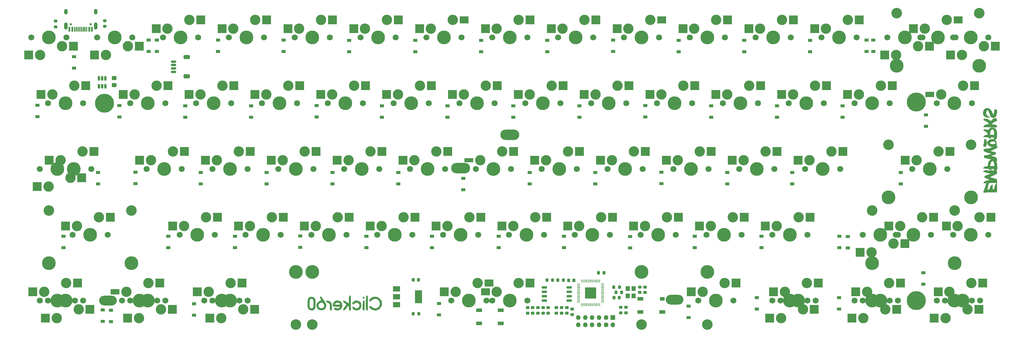
<source format=gbr>
%TF.GenerationSoftware,KiCad,Pcbnew,(6.0.6)*%
%TF.CreationDate,2023-05-08T18:28:51+05:30*%
%TF.ProjectId,new_stuff,6e65775f-7374-4756-9666-2e6b69636164,rev?*%
%TF.SameCoordinates,Original*%
%TF.FileFunction,Soldermask,Bot*%
%TF.FilePolarity,Negative*%
%FSLAX46Y46*%
G04 Gerber Fmt 4.6, Leading zero omitted, Abs format (unit mm)*
G04 Created by KiCad (PCBNEW (6.0.6)) date 2023-05-08 18:28:51*
%MOMM*%
%LPD*%
G01*
G04 APERTURE LIST*
G04 Aperture macros list*
%AMRoundRect*
0 Rectangle with rounded corners*
0 $1 Rounding radius*
0 $2 $3 $4 $5 $6 $7 $8 $9 X,Y pos of 4 corners*
0 Add a 4 corners polygon primitive as box body*
4,1,4,$2,$3,$4,$5,$6,$7,$8,$9,$2,$3,0*
0 Add four circle primitives for the rounded corners*
1,1,$1+$1,$2,$3*
1,1,$1+$1,$4,$5*
1,1,$1+$1,$6,$7*
1,1,$1+$1,$8,$9*
0 Add four rect primitives between the rounded corners*
20,1,$1+$1,$2,$3,$4,$5,0*
20,1,$1+$1,$4,$5,$6,$7,0*
20,1,$1+$1,$6,$7,$8,$9,0*
20,1,$1+$1,$8,$9,$2,$3,0*%
G04 Aperture macros list end*
%ADD10C,3.987800*%
%ADD11C,3.000000*%
%ADD12C,1.750000*%
%ADD13R,2.550000X2.500000*%
%ADD14R,2.550000X2.000000*%
%ADD15C,3.048000*%
%ADD16R,2.550000X1.500000*%
%ADD17R,2.550000X1.300000*%
%ADD18O,5.100000X2.800000*%
%ADD19C,5.500000*%
%ADD20R,1.350000X1.350000*%
%ADD21O,1.350000X1.350000*%
%ADD22O,5.500000X3.000000*%
%ADD23RoundRect,0.150000X-0.625000X0.150000X-0.625000X-0.150000X0.625000X-0.150000X0.625000X0.150000X0*%
%ADD24RoundRect,0.250000X-0.650000X0.350000X-0.650000X-0.350000X0.650000X-0.350000X0.650000X0.350000X0*%
%ADD25R,1.200000X0.900000*%
%ADD26RoundRect,0.225000X-0.250000X0.225000X-0.250000X-0.225000X0.250000X-0.225000X0.250000X0.225000X0*%
%ADD27RoundRect,0.225000X-0.225000X-0.250000X0.225000X-0.250000X0.225000X0.250000X-0.225000X0.250000X0*%
%ADD28RoundRect,0.200000X0.200000X0.275000X-0.200000X0.275000X-0.200000X-0.275000X0.200000X-0.275000X0*%
%ADD29RoundRect,0.200000X-0.200000X-0.275000X0.200000X-0.275000X0.200000X0.275000X-0.200000X0.275000X0*%
%ADD30RoundRect,0.225000X0.225000X0.250000X-0.225000X0.250000X-0.225000X-0.250000X0.225000X-0.250000X0*%
%ADD31C,0.650000*%
%ADD32R,0.600000X1.450000*%
%ADD33R,0.300000X1.450000*%
%ADD34O,1.000000X2.100000*%
%ADD35O,1.000000X1.600000*%
%ADD36RoundRect,0.200000X0.275000X-0.200000X0.275000X0.200000X-0.275000X0.200000X-0.275000X-0.200000X0*%
%ADD37RoundRect,0.200000X-0.275000X0.200000X-0.275000X-0.200000X0.275000X-0.200000X0.275000X0.200000X0*%
%ADD38RoundRect,0.250000X-0.450000X0.325000X-0.450000X-0.325000X0.450000X-0.325000X0.450000X0.325000X0*%
%ADD39RoundRect,0.218750X0.256250X-0.218750X0.256250X0.218750X-0.256250X0.218750X-0.256250X-0.218750X0*%
%ADD40R,2.000000X1.500000*%
%ADD41R,2.000000X3.800000*%
%ADD42R,1.700000X1.000000*%
%ADD43RoundRect,0.150000X-0.150000X0.512500X-0.150000X-0.512500X0.150000X-0.512500X0.150000X0.512500X0*%
%ADD44R,1.400000X1.000000*%
%ADD45RoundRect,0.225000X0.250000X-0.225000X0.250000X0.225000X-0.250000X0.225000X-0.250000X-0.225000X0*%
%ADD46RoundRect,0.150000X-0.650000X-0.150000X0.650000X-0.150000X0.650000X0.150000X-0.650000X0.150000X0*%
%ADD47R,1.200000X1.400000*%
%ADD48RoundRect,0.050000X-0.050000X0.387500X-0.050000X-0.387500X0.050000X-0.387500X0.050000X0.387500X0*%
%ADD49RoundRect,0.050000X-0.387500X0.050000X-0.387500X-0.050000X0.387500X-0.050000X0.387500X0.050000X0*%
%ADD50RoundRect,0.144000X-1.456000X1.456000X-1.456000X-1.456000X1.456000X-1.456000X1.456000X1.456000X0*%
G04 APERTURE END LIST*
%TO.C,G\u002A\u002A\u002A*%
G36*
X96213492Y-83762868D02*
G01*
X96237376Y-83775759D01*
X96275580Y-83826192D01*
X96304342Y-83926891D01*
X96324963Y-84097700D01*
X96338740Y-84358463D01*
X96346973Y-84729021D01*
X96350960Y-85229218D01*
X96352000Y-85878898D01*
X96350839Y-86296167D01*
X96345659Y-86832386D01*
X96336906Y-87294510D01*
X96325216Y-87658730D01*
X96311221Y-87901237D01*
X96295556Y-87998222D01*
X96219595Y-88040823D01*
X96031722Y-88041717D01*
X95860934Y-87953067D01*
X95814135Y-87848540D01*
X95774186Y-87604592D01*
X95759334Y-87275733D01*
X95759323Y-87266183D01*
X95748364Y-86980597D01*
X95720739Y-86777389D01*
X95682265Y-86700000D01*
X95630354Y-86733836D01*
X95486264Y-86874813D01*
X95281080Y-87100156D01*
X95040668Y-87382357D01*
X95037286Y-87386443D01*
X94758791Y-87710886D01*
X94555913Y-87915327D01*
X94407459Y-88018346D01*
X94292237Y-88038524D01*
X94172699Y-88004041D01*
X94077695Y-87881887D01*
X94113334Y-87674023D01*
X94281107Y-87375000D01*
X94582509Y-86979367D01*
X94742220Y-86784081D01*
X94922883Y-86548550D01*
X95013354Y-86397432D01*
X95027718Y-86304687D01*
X94980057Y-86244275D01*
X94896778Y-86185199D01*
X94694801Y-86042988D01*
X94451307Y-85872297D01*
X94232413Y-85703665D01*
X94104383Y-85550005D01*
X94081567Y-85406631D01*
X94103032Y-85320611D01*
X94212428Y-85208729D01*
X94412477Y-85216138D01*
X94711469Y-85344343D01*
X95117692Y-85594851D01*
X95754262Y-86024404D01*
X95777964Y-84953099D01*
X95789555Y-84548136D01*
X95808580Y-84210289D01*
X95837174Y-83990625D01*
X95879152Y-83861620D01*
X95938326Y-83795756D01*
X96028211Y-83759188D01*
X96213492Y-83762868D01*
G37*
G36*
X98496657Y-85268989D02*
G01*
X98863451Y-85463783D01*
X99183102Y-85801273D01*
X99195345Y-85818033D01*
X99293468Y-86005074D01*
X99343603Y-86249718D01*
X99357667Y-86606966D01*
X99353234Y-86854947D01*
X99323244Y-87105282D01*
X99249400Y-87298079D01*
X99113902Y-87498441D01*
X99047671Y-87578495D01*
X98822601Y-87792424D01*
X98605902Y-87933036D01*
X98577740Y-87944853D01*
X98147024Y-88042474D01*
X97692087Y-88018928D01*
X97287236Y-87877353D01*
X97101385Y-87754072D01*
X96877198Y-87528368D01*
X96764779Y-87299066D01*
X96786353Y-87100635D01*
X96811037Y-87061473D01*
X96955083Y-86964872D01*
X97155044Y-87013021D01*
X97423269Y-87208000D01*
X97501086Y-87270551D01*
X97731824Y-87407418D01*
X97925484Y-87462000D01*
X98241872Y-87404978D01*
X98515012Y-87233035D01*
X98701049Y-86981260D01*
X98789860Y-86685329D01*
X98771323Y-86380912D01*
X98635318Y-86103684D01*
X98371722Y-85889317D01*
X98260883Y-85837673D01*
X97960091Y-85774571D01*
X97673208Y-85853293D01*
X97361152Y-86081260D01*
X97336771Y-86103165D01*
X97126656Y-86272945D01*
X96985316Y-86334307D01*
X96874075Y-86305018D01*
X96871143Y-86303159D01*
X96725297Y-86133986D01*
X96740290Y-85920045D01*
X96915680Y-85668070D01*
X96995425Y-85587168D01*
X97328701Y-85328342D01*
X97680341Y-85204898D01*
X98105027Y-85195088D01*
X98496657Y-85268989D01*
G37*
G36*
X101124159Y-83762868D02*
G01*
X101148043Y-83775759D01*
X101186246Y-83826192D01*
X101215009Y-83926891D01*
X101235630Y-84097700D01*
X101249407Y-84358463D01*
X101257640Y-84729021D01*
X101261627Y-85229218D01*
X101262667Y-85878898D01*
X101261505Y-86296167D01*
X101256325Y-86832386D01*
X101247573Y-87294510D01*
X101235882Y-87658730D01*
X101221887Y-87901237D01*
X101206223Y-87998222D01*
X101113629Y-88045851D01*
X100924456Y-88036723D01*
X100763448Y-87938246D01*
X100756199Y-87927113D01*
X100723951Y-87794151D01*
X100701497Y-87529511D01*
X100688505Y-87123832D01*
X100684643Y-86567752D01*
X100689581Y-85851912D01*
X100690524Y-85771468D01*
X100699321Y-85151667D01*
X100710091Y-84678447D01*
X100724419Y-84331374D01*
X100743888Y-84090013D01*
X100770084Y-83933930D01*
X100804591Y-83842690D01*
X100848992Y-83795858D01*
X100938924Y-83759226D01*
X101124159Y-83762868D01*
G37*
G36*
X86098678Y-86658658D02*
G01*
X86069085Y-87066938D01*
X86010175Y-87365540D01*
X85913599Y-87583012D01*
X85771008Y-87747903D01*
X85574057Y-87888761D01*
X85424196Y-87965129D01*
X85023940Y-88052721D01*
X84621721Y-88001177D01*
X84261501Y-87820674D01*
X83987239Y-87521389D01*
X83959386Y-87473216D01*
X83899798Y-87335467D01*
X83860027Y-87160474D01*
X83836277Y-86915229D01*
X83824751Y-86566727D01*
X83821650Y-86081962D01*
X83821708Y-86065000D01*
X84414000Y-86065000D01*
X84414300Y-86250323D01*
X84419459Y-86644115D01*
X84434487Y-86912950D01*
X84463840Y-87089124D01*
X84511970Y-87204931D01*
X84583334Y-87292667D01*
X84745329Y-87403113D01*
X84964334Y-87462000D01*
X85143631Y-87420761D01*
X85345334Y-87292667D01*
X85374938Y-87261192D01*
X85437119Y-87166766D01*
X85477728Y-87032230D01*
X85501219Y-86825286D01*
X85512048Y-86513641D01*
X85514667Y-86065000D01*
X85514368Y-85879677D01*
X85509209Y-85485885D01*
X85494180Y-85217050D01*
X85464828Y-85040876D01*
X85416697Y-84925069D01*
X85345334Y-84837333D01*
X85183338Y-84726887D01*
X84964334Y-84668000D01*
X84785037Y-84709239D01*
X84583334Y-84837333D01*
X84553730Y-84868808D01*
X84491549Y-84963233D01*
X84450940Y-85097770D01*
X84427448Y-85304713D01*
X84416620Y-85616358D01*
X84414000Y-86065000D01*
X83821708Y-86065000D01*
X83822467Y-85842623D01*
X83832392Y-85381369D01*
X83855639Y-85049255D01*
X83894795Y-84818183D01*
X83952444Y-84660051D01*
X84103024Y-84447046D01*
X84416640Y-84214304D01*
X84796299Y-84094688D01*
X85197078Y-84099799D01*
X85574057Y-84241239D01*
X85590828Y-84251560D01*
X85783431Y-84393227D01*
X85922297Y-84561058D01*
X86015772Y-84783602D01*
X86072205Y-85089408D01*
X86099943Y-85507024D01*
X86107334Y-86065000D01*
X86107300Y-86112150D01*
X86098678Y-86658658D01*
G37*
G36*
X89923117Y-85245725D02*
G01*
X90296675Y-85451604D01*
X90629216Y-85795762D01*
X90667803Y-85851867D01*
X90739529Y-86001983D01*
X90786580Y-86204128D01*
X90816118Y-86497394D01*
X90835301Y-86920872D01*
X90841794Y-87192395D01*
X90842520Y-87538082D01*
X90833930Y-87798195D01*
X90816792Y-87930943D01*
X90708433Y-88032428D01*
X90529163Y-88043487D01*
X90357600Y-87953067D01*
X90305028Y-87820843D01*
X90268861Y-87544062D01*
X90256000Y-87154245D01*
X90246458Y-86734900D01*
X90205606Y-86394110D01*
X90120987Y-86160385D01*
X89980261Y-86001427D01*
X89771091Y-85884941D01*
X89620730Y-85820015D01*
X89385642Y-85709987D01*
X89258990Y-85624759D01*
X89207443Y-85537347D01*
X89197667Y-85420772D01*
X89219834Y-85289262D01*
X89318120Y-85223004D01*
X89539091Y-85193198D01*
X89923117Y-85245725D01*
G37*
G36*
X93834144Y-86980453D02*
G01*
X93739471Y-87325962D01*
X93543459Y-87603524D01*
X93220195Y-87864167D01*
X92901161Y-88003652D01*
X92489952Y-88060158D01*
X92071974Y-88021367D01*
X91716500Y-87886261D01*
X91658742Y-87848131D01*
X91479311Y-87656803D01*
X91442917Y-87475059D01*
X91530639Y-87338674D01*
X91723553Y-87283423D01*
X92002739Y-87345083D01*
X92005462Y-87346215D01*
X92274099Y-87428028D01*
X92527863Y-87462000D01*
X92539465Y-87461795D01*
X92749272Y-87412037D01*
X92971469Y-87299713D01*
X93147630Y-87161112D01*
X93219334Y-87032521D01*
X93157668Y-87004472D01*
X92956974Y-86977927D01*
X92649022Y-86959748D01*
X92266834Y-86952703D01*
X91932003Y-86947682D01*
X91583508Y-86931526D01*
X91325145Y-86906959D01*
X91196503Y-86876791D01*
X91134645Y-86779062D01*
X91111424Y-86559697D01*
X91141501Y-86283424D01*
X91143752Y-86275238D01*
X91745245Y-86275238D01*
X91769941Y-86323128D01*
X91878983Y-86348896D01*
X92100699Y-86359360D01*
X92463413Y-86361333D01*
X92671033Y-86360520D01*
X92961035Y-86352280D01*
X93124663Y-86330846D01*
X93190233Y-86290971D01*
X93186059Y-86227408D01*
X93160929Y-86157648D01*
X93134667Y-86060249D01*
X93125290Y-86039564D01*
X93011699Y-85959921D01*
X92818017Y-85870946D01*
X92606160Y-85798556D01*
X92438044Y-85768667D01*
X92242616Y-85807045D01*
X91974521Y-85963585D01*
X91777677Y-86196342D01*
X91776571Y-86198412D01*
X91745245Y-86275238D01*
X91143752Y-86275238D01*
X91217984Y-86005245D01*
X91333975Y-85780161D01*
X91636285Y-85467672D01*
X92039550Y-85244863D01*
X92474971Y-85166497D01*
X92912852Y-85232372D01*
X93323499Y-85442287D01*
X93677216Y-85796042D01*
X93698631Y-85826035D01*
X93793109Y-86013556D01*
X93841021Y-86258208D01*
X93842242Y-86290971D01*
X93854334Y-86615333D01*
X93834144Y-86980453D01*
G37*
G36*
X100228936Y-84166532D02*
G01*
X100317575Y-84319758D01*
X100310274Y-84462554D01*
X100232908Y-84593628D01*
X100200614Y-84612005D01*
X100004150Y-84647729D01*
X99840817Y-84577606D01*
X99756014Y-84436365D01*
X99795138Y-84258736D01*
X99884964Y-84165868D01*
X100063051Y-84112703D01*
X100228936Y-84166532D01*
G37*
G36*
X100192826Y-85202201D02*
G01*
X100240825Y-85235756D01*
X100279930Y-85317657D01*
X100306088Y-85470230D01*
X100321744Y-85718134D01*
X100329344Y-86086026D01*
X100331334Y-86598565D01*
X100330059Y-86883519D01*
X100322905Y-87310928D01*
X100310517Y-87659231D01*
X100294108Y-87898353D01*
X100274889Y-87998222D01*
X100182045Y-88045958D01*
X99992761Y-88036502D01*
X99831382Y-87937364D01*
X99794432Y-87835063D01*
X99765374Y-87572647D01*
X99753171Y-87153067D01*
X99757515Y-86570627D01*
X99761827Y-86360730D01*
X99775369Y-85919120D01*
X99794650Y-85611388D01*
X99822742Y-85411901D01*
X99862721Y-85295023D01*
X99917659Y-85235122D01*
X100007559Y-85198533D01*
X100192826Y-85202201D01*
G37*
G36*
X89095784Y-87210264D02*
G01*
X88856778Y-87581739D01*
X88513982Y-87862774D01*
X88490306Y-87875952D01*
X88049757Y-88028606D01*
X87598328Y-88033193D01*
X87172023Y-87900572D01*
X86806845Y-87641599D01*
X86538799Y-87267132D01*
X86401952Y-86893349D01*
X86384601Y-86604428D01*
X86983153Y-86604428D01*
X87052151Y-86909870D01*
X87211332Y-87186768D01*
X87427731Y-87365602D01*
X87648762Y-87438400D01*
X88000015Y-87434137D01*
X88300177Y-87278587D01*
X88521740Y-86981412D01*
X88612450Y-86659500D01*
X88559059Y-86317775D01*
X88341836Y-86014057D01*
X88305144Y-85981750D01*
X88010360Y-85833967D01*
X87688636Y-85821269D01*
X87383276Y-85929553D01*
X87137585Y-86144718D01*
X86994870Y-86452664D01*
X86983153Y-86604428D01*
X86384601Y-86604428D01*
X86375710Y-86456373D01*
X86513861Y-86042336D01*
X86818833Y-85637108D01*
X86838167Y-85617153D01*
X87168018Y-85343354D01*
X87485440Y-85216005D01*
X87805214Y-85156302D01*
X87591274Y-84791241D01*
X87521330Y-84665115D01*
X87417984Y-84444575D01*
X87377334Y-84303457D01*
X87420442Y-84167117D01*
X87565117Y-84047051D01*
X87742710Y-84038720D01*
X87761672Y-84051033D01*
X87873012Y-84176162D01*
X88042983Y-84406476D01*
X88251187Y-84710325D01*
X88477225Y-85056058D01*
X88700697Y-85412027D01*
X88901204Y-85746581D01*
X89058347Y-86028070D01*
X89151727Y-86224845D01*
X89195131Y-86368817D01*
X89208227Y-86659500D01*
X89214176Y-86791555D01*
X89095784Y-87210264D01*
G37*
G36*
X103683272Y-84090753D02*
G01*
X104184393Y-84233235D01*
X104328870Y-84311107D01*
X104679571Y-84587209D01*
X104992342Y-84941951D01*
X105210259Y-85315290D01*
X105297536Y-85661356D01*
X105320873Y-86099575D01*
X105277289Y-86542020D01*
X105168765Y-86912393D01*
X105088030Y-87061044D01*
X104815851Y-87406094D01*
X104468313Y-87716551D01*
X104105581Y-87934573D01*
X103893520Y-88004674D01*
X103424909Y-88054320D01*
X102926790Y-87996226D01*
X102462257Y-87834247D01*
X102263251Y-87722055D01*
X101970729Y-87501873D01*
X101755795Y-87269121D01*
X101643172Y-87053031D01*
X101657583Y-86882832D01*
X101690430Y-86836481D01*
X101867165Y-86727219D01*
X102087123Y-86777793D01*
X102343162Y-86987119D01*
X102487752Y-87122671D01*
X102893247Y-87360146D01*
X103334081Y-87447864D01*
X103778767Y-87382853D01*
X104195820Y-87162137D01*
X104423401Y-86942547D01*
X104643708Y-86558257D01*
X104729942Y-86131732D01*
X104682268Y-85699123D01*
X104500849Y-85296581D01*
X104185848Y-84960257D01*
X104069271Y-84878539D01*
X103647574Y-84696932D01*
X103216420Y-84683094D01*
X102781330Y-84836435D01*
X102347825Y-85156366D01*
X102212300Y-85280088D01*
X102018821Y-85432845D01*
X101887810Y-85486686D01*
X101785993Y-85459569D01*
X101764646Y-85445390D01*
X101636593Y-85269028D01*
X101665261Y-85033364D01*
X101850327Y-84741992D01*
X102169849Y-84448696D01*
X102632843Y-84207890D01*
X103151703Y-84085440D01*
X103683272Y-84090753D01*
G37*
G36*
X279813266Y-38402418D02*
G01*
X280000881Y-38450674D01*
X280156627Y-38560053D01*
X280254607Y-38791086D01*
X280314369Y-39131736D01*
X280334718Y-39525920D01*
X280315593Y-39919096D01*
X280256938Y-40256725D01*
X280158693Y-40484267D01*
X280132119Y-40516056D01*
X279910924Y-40656270D01*
X279656624Y-40671897D01*
X279435044Y-40556377D01*
X279343567Y-40451899D01*
X279307014Y-40342741D01*
X279323984Y-40177645D01*
X279390860Y-39903138D01*
X279435753Y-39706014D01*
X279505120Y-39290877D01*
X279544216Y-38901931D01*
X279548595Y-38819926D01*
X279568209Y-38570442D01*
X279605217Y-38443023D01*
X279680082Y-38399678D01*
X279813266Y-38402418D01*
G37*
G36*
X280815233Y-29500482D02*
G01*
X281072967Y-29588155D01*
X281293427Y-29754788D01*
X281526747Y-30015985D01*
X281835628Y-30504784D01*
X282052885Y-31041551D01*
X282088826Y-31150602D01*
X282163425Y-31306286D01*
X282220508Y-31337884D01*
X282224585Y-31332980D01*
X282281727Y-31195135D01*
X282346386Y-30950065D01*
X282406948Y-30653975D01*
X282451801Y-30363070D01*
X282469333Y-30133557D01*
X282469497Y-30121250D01*
X282540599Y-29909845D01*
X282709870Y-29798615D01*
X282931871Y-29800920D01*
X283161166Y-29930122D01*
X283165945Y-29934570D01*
X283270905Y-30139318D01*
X283305106Y-30458845D01*
X283271525Y-30856763D01*
X283173141Y-31296684D01*
X283012928Y-31742217D01*
X282940340Y-31879638D01*
X282693195Y-32142610D01*
X282384986Y-32282796D01*
X282054455Y-32295663D01*
X281740345Y-32176682D01*
X281481397Y-31921321D01*
X281428476Y-31833223D01*
X281294309Y-31568286D01*
X281138682Y-31222766D01*
X280985563Y-30848518D01*
X280926745Y-30699371D01*
X280760577Y-30320156D01*
X280624722Y-30094159D01*
X280509841Y-30013214D01*
X280406597Y-30069153D01*
X280305653Y-30253808D01*
X280192048Y-30671015D01*
X280194549Y-31086942D01*
X280309579Y-31452426D01*
X280526605Y-31734699D01*
X280835096Y-31900999D01*
X280886466Y-31914881D01*
X281122718Y-31969816D01*
X281284000Y-31993861D01*
X281360233Y-32010186D01*
X281330745Y-32055307D01*
X281205139Y-32115080D01*
X281020617Y-32175507D01*
X280814379Y-32222590D01*
X280623629Y-32242333D01*
X280226888Y-32193773D01*
X279865532Y-32018606D01*
X279518568Y-31696379D01*
X279422442Y-31581320D01*
X279312275Y-31399826D01*
X279263199Y-31191075D01*
X279252000Y-30884347D01*
X279303183Y-30370041D01*
X279465157Y-29949804D01*
X279734400Y-29657168D01*
X280107253Y-29496030D01*
X280580056Y-29470285D01*
X280815233Y-29500482D01*
G37*
G36*
X280234028Y-53872217D02*
G01*
X280147856Y-53908907D01*
X280072109Y-53963885D01*
X279872617Y-54000580D01*
X279630390Y-53985236D01*
X279415856Y-53917068D01*
X279376644Y-53895334D01*
X279302209Y-53826981D01*
X279307380Y-53719151D01*
X279388252Y-53514902D01*
X279413930Y-53454942D01*
X279564623Y-53082670D01*
X280452184Y-53082670D01*
X280755714Y-53056835D01*
X280908736Y-53035118D01*
X281052455Y-52955051D01*
X281133235Y-52777000D01*
X281208339Y-52548742D01*
X281412931Y-52110079D01*
X281655249Y-51786104D01*
X281917034Y-51604137D01*
X281976611Y-51587299D01*
X282025162Y-51610980D01*
X282045506Y-51713680D01*
X282042222Y-51925299D01*
X282019888Y-52275733D01*
X282018531Y-52294982D01*
X281996079Y-52638934D01*
X281992399Y-52846226D01*
X282013623Y-52947689D01*
X282065886Y-52974155D01*
X282155322Y-52956452D01*
X282279660Y-52925850D01*
X282396246Y-52905156D01*
X282396793Y-52905116D01*
X282438612Y-52825503D01*
X282495941Y-52622819D01*
X282556540Y-52340207D01*
X282614379Y-52081258D01*
X282733837Y-51760879D01*
X282903115Y-51525072D01*
X282957624Y-51464702D01*
X283073430Y-51301008D01*
X283097658Y-51199866D01*
X283089023Y-51192463D01*
X282958466Y-51163303D01*
X282709199Y-51142371D01*
X282382641Y-51130138D01*
X282020213Y-51127073D01*
X281663337Y-51133645D01*
X281353434Y-51150325D01*
X281131923Y-51177582D01*
X281033035Y-51201385D01*
X280921302Y-51267235D01*
X280859104Y-51405513D01*
X280815075Y-51664415D01*
X280784414Y-51849981D01*
X280702044Y-52230081D01*
X280604161Y-52591168D01*
X280452184Y-53082670D01*
X279564623Y-53082670D01*
X279574817Y-53057488D01*
X279740815Y-52617008D01*
X279894218Y-52183276D01*
X280017324Y-51806064D01*
X280092428Y-51535145D01*
X280170226Y-51188893D01*
X279698945Y-51244283D01*
X279561979Y-51259386D01*
X279364764Y-51270495D01*
X279294551Y-51246806D01*
X279323764Y-51183879D01*
X279367645Y-51115519D01*
X279373909Y-51022131D01*
X279377332Y-50990616D01*
X279469573Y-50874979D01*
X279643489Y-50716085D01*
X279713369Y-50660633D01*
X279929959Y-50527637D01*
X280182189Y-50448346D01*
X280536846Y-50399057D01*
X280549580Y-50397790D01*
X280834562Y-50362129D01*
X281036859Y-50323326D01*
X281113405Y-50289560D01*
X281089555Y-50266854D01*
X280942934Y-50187161D01*
X280692423Y-50071469D01*
X280372572Y-49936257D01*
X280168872Y-49852096D01*
X279888829Y-49725142D01*
X279721993Y-49623299D01*
X279638047Y-49525813D01*
X279606677Y-49411931D01*
X279605950Y-49306774D01*
X279651265Y-49200302D01*
X279768222Y-49100809D01*
X279979526Y-48994615D01*
X280307884Y-48868040D01*
X280776000Y-48707403D01*
X281495666Y-48467021D01*
X280903000Y-48356849D01*
X280687470Y-48313786D01*
X280253183Y-48209543D01*
X279861562Y-48093980D01*
X279543537Y-47977786D01*
X279330039Y-47871652D01*
X279252000Y-47786266D01*
X279267569Y-47748929D01*
X279395993Y-47645891D01*
X279611833Y-47543648D01*
X279711490Y-47509305D01*
X279950232Y-47457753D01*
X280227538Y-47451236D01*
X280606666Y-47486094D01*
X281062157Y-47532410D01*
X281511121Y-47560778D01*
X281896928Y-47567819D01*
X282193331Y-47553852D01*
X282374085Y-47519195D01*
X282412943Y-47464166D01*
X282384710Y-47397233D01*
X282370935Y-47210166D01*
X282374086Y-47183040D01*
X282345068Y-47106703D01*
X282221662Y-47070903D01*
X281966655Y-47062000D01*
X281722528Y-47073758D01*
X281568270Y-47123697D01*
X281571752Y-47218064D01*
X281728500Y-47362505D01*
X281802220Y-47418247D01*
X281849431Y-47472999D01*
X281772580Y-47482565D01*
X281549719Y-47458762D01*
X281273738Y-47392428D01*
X280952420Y-47195789D01*
X280855070Y-47109678D01*
X280731712Y-47037854D01*
X280567473Y-46998043D01*
X280319552Y-46980963D01*
X279945150Y-46977333D01*
X279596911Y-46975426D01*
X279367778Y-46965326D01*
X279254047Y-46940792D01*
X279228017Y-46895585D01*
X279261989Y-46823467D01*
X279277202Y-46800152D01*
X279533286Y-46547824D01*
X279878184Y-46368339D01*
X280240313Y-46300000D01*
X280583148Y-46300000D01*
X280590825Y-46215333D01*
X281368666Y-46215333D01*
X282493023Y-46215333D01*
X282446931Y-45770833D01*
X282442167Y-45727096D01*
X282359300Y-45280546D01*
X282235541Y-44979625D01*
X282080634Y-44829039D01*
X281904320Y-44833492D01*
X281716341Y-44997689D01*
X281526441Y-45326333D01*
X281498911Y-45391212D01*
X281408102Y-45683100D01*
X281370526Y-45940166D01*
X281368666Y-46215333D01*
X280590825Y-46215333D01*
X280628709Y-45797540D01*
X280647482Y-45643550D01*
X280781396Y-45149027D01*
X281008767Y-44749098D01*
X281313147Y-44475533D01*
X281580333Y-44317319D01*
X280987666Y-44204337D01*
X280672274Y-44143993D01*
X280282812Y-44069020D01*
X279966179Y-44007597D01*
X279537357Y-43923838D01*
X279499459Y-43191694D01*
X279927163Y-43141039D01*
X279949758Y-43138225D01*
X280199570Y-43096466D01*
X280512209Y-43031247D01*
X280849586Y-42952278D01*
X281173608Y-42869268D01*
X281446185Y-42791925D01*
X281629224Y-42729960D01*
X281684635Y-42693080D01*
X281683585Y-42692257D01*
X281585587Y-42658929D01*
X281357835Y-42594448D01*
X281032977Y-42507760D01*
X280643660Y-42407812D01*
X280373937Y-42337860D01*
X279968293Y-42217920D01*
X279693725Y-42105876D01*
X279526720Y-41987657D01*
X279443761Y-41849191D01*
X279421333Y-41676409D01*
X279429286Y-41509842D01*
X279493576Y-41327969D01*
X279652576Y-41241780D01*
X279941961Y-41220000D01*
X280250532Y-41201701D01*
X280688600Y-41142181D01*
X281151828Y-41053567D01*
X281575459Y-40948477D01*
X281894740Y-40839527D01*
X282173000Y-40718628D01*
X282020707Y-40717055D01*
X281852127Y-40715314D01*
X281825464Y-40714685D01*
X281408958Y-40627751D01*
X280998960Y-40417630D01*
X280659650Y-40116550D01*
X280601342Y-40041133D01*
X280451330Y-39710234D01*
X280449352Y-39530690D01*
X281284000Y-39530690D01*
X281314501Y-39642354D01*
X281469944Y-39781264D01*
X281719495Y-39869698D01*
X282020707Y-39904296D01*
X282331131Y-39881698D01*
X282608319Y-39798543D01*
X282809822Y-39651471D01*
X282833632Y-39620559D01*
X282863381Y-39502451D01*
X282765728Y-39357401D01*
X282720200Y-39312332D01*
X282433525Y-39162539D01*
X282067908Y-39132678D01*
X281661348Y-39227228D01*
X281571243Y-39263877D01*
X281353177Y-39393340D01*
X281284000Y-39530690D01*
X280449352Y-39530690D01*
X280447679Y-39378759D01*
X280573439Y-39067444D01*
X280811656Y-38797024D01*
X281145378Y-38588236D01*
X281557654Y-38461814D01*
X282031530Y-38438495D01*
X282271074Y-38447375D01*
X282382303Y-38425413D01*
X282370615Y-38366563D01*
X282332015Y-38276164D01*
X282341044Y-38091396D01*
X282359329Y-38008848D01*
X282324311Y-37948483D01*
X282191315Y-37923147D01*
X281924705Y-37918000D01*
X281729234Y-37924837D01*
X281514991Y-37964995D01*
X281451374Y-38036794D01*
X281547039Y-38135253D01*
X281589804Y-38189638D01*
X281538424Y-38259255D01*
X281405561Y-38300196D01*
X281284000Y-38290658D01*
X281241666Y-38287336D01*
X281098438Y-38222582D01*
X280903000Y-38085861D01*
X280875040Y-38063151D01*
X280707320Y-37983921D01*
X280441357Y-37933599D01*
X280041900Y-37904770D01*
X279943669Y-37899909D01*
X279629151Y-37875183D01*
X279394146Y-37842789D01*
X279283543Y-37808431D01*
X279277896Y-37756473D01*
X279362537Y-37631580D01*
X279520665Y-37485364D01*
X279708380Y-37356370D01*
X279881784Y-37283146D01*
X280025217Y-37256578D01*
X280268000Y-37222036D01*
X280342128Y-37209001D01*
X280416228Y-37156000D01*
X281284000Y-37156000D01*
X282469333Y-37156000D01*
X282469333Y-36854825D01*
X282448720Y-36558383D01*
X282373357Y-36187007D01*
X282258540Y-35870332D01*
X282121041Y-35665622D01*
X282119876Y-35664568D01*
X282000512Y-35574983D01*
X281901380Y-35588271D01*
X281753089Y-35713451D01*
X281697323Y-35774175D01*
X281540352Y-36013884D01*
X281415309Y-36292792D01*
X281381427Y-36400346D01*
X281311737Y-36689247D01*
X281284000Y-36917082D01*
X281284000Y-37156000D01*
X280416228Y-37156000D01*
X280458851Y-37125513D01*
X280505860Y-36927694D01*
X280506849Y-36917112D01*
X280499365Y-36734910D01*
X280412356Y-36596879D01*
X280209526Y-36443740D01*
X280141764Y-36400560D01*
X279861930Y-36245053D01*
X279611833Y-36134596D01*
X279607300Y-36133008D01*
X279394496Y-36015596D01*
X279347498Y-35874334D01*
X279467708Y-35713312D01*
X279599889Y-35653128D01*
X279868394Y-35620857D01*
X280184034Y-35642460D01*
X280482275Y-35717658D01*
X280556748Y-35743252D01*
X280687026Y-35751754D01*
X280813223Y-35674040D01*
X280988525Y-35485745D01*
X281068066Y-35395013D01*
X281203550Y-35264944D01*
X281344393Y-35196818D01*
X281545250Y-35170619D01*
X281860776Y-35166333D01*
X281903520Y-35166522D01*
X282340020Y-35203111D01*
X282661323Y-35319617D01*
X282909220Y-35539878D01*
X283125500Y-35887730D01*
X283213572Y-36085214D01*
X283276417Y-36319854D01*
X283307401Y-36615396D01*
X283315528Y-37025773D01*
X283295342Y-37591686D01*
X283226401Y-38066424D01*
X283108255Y-38380205D01*
X282940653Y-38533668D01*
X282723342Y-38527451D01*
X282696432Y-38536847D01*
X282745045Y-38635136D01*
X282880836Y-38806462D01*
X282919621Y-38851147D01*
X283073214Y-39057962D01*
X283131759Y-39235662D01*
X283121720Y-39455554D01*
X283114966Y-39516632D01*
X283115820Y-39721569D01*
X283154725Y-39827980D01*
X283179024Y-39849605D01*
X283227409Y-40001198D01*
X283209634Y-40198570D01*
X283129733Y-40356400D01*
X283072848Y-40433608D01*
X283141566Y-40458000D01*
X283144263Y-40458037D01*
X283286415Y-40527974D01*
X283420709Y-40681925D01*
X283482640Y-40846428D01*
X283480432Y-40858344D01*
X283380726Y-40955451D01*
X283150553Y-41095298D01*
X282814345Y-41265370D01*
X282396535Y-41453151D01*
X281921555Y-41646126D01*
X281698798Y-41733587D01*
X281517670Y-41818173D01*
X281468690Y-41881360D01*
X281560431Y-41936302D01*
X281801461Y-41996154D01*
X282200351Y-42074073D01*
X282405297Y-42118249D01*
X282734608Y-42230729D01*
X282919374Y-42374399D01*
X282976037Y-42559547D01*
X282952631Y-42701892D01*
X282867724Y-42855964D01*
X282757908Y-42904150D01*
X282754292Y-42903622D01*
X282634729Y-42933275D01*
X282411781Y-43018843D01*
X282130666Y-43143099D01*
X281580333Y-43400169D01*
X281897833Y-43453084D01*
X281902941Y-43453935D01*
X282211606Y-43504401D01*
X282509174Y-43551702D01*
X282704100Y-43600035D01*
X283022523Y-43776152D01*
X283237250Y-44034710D01*
X283316000Y-44344011D01*
X283315534Y-44372870D01*
X283278346Y-44627147D01*
X283199859Y-44817801D01*
X283161206Y-44877235D01*
X283127620Y-45027085D01*
X283188723Y-45236150D01*
X283217228Y-45323015D01*
X283273258Y-45599050D01*
X283317409Y-45951692D01*
X283346538Y-46332207D01*
X283357503Y-46691858D01*
X283347161Y-46981910D01*
X283312370Y-47153628D01*
X283260247Y-47258526D01*
X283158295Y-47465565D01*
X283130875Y-47560913D01*
X283200628Y-47722903D01*
X283218923Y-47744183D01*
X283288027Y-47920157D01*
X283316000Y-48161932D01*
X283316000Y-48493188D01*
X282596222Y-48830487D01*
X282493023Y-48878429D01*
X282454376Y-48896383D01*
X282100731Y-49056198D01*
X281791260Y-49190282D01*
X281580222Y-49274902D01*
X281530999Y-49293349D01*
X281355210Y-49372661D01*
X281284296Y-49428508D01*
X281338099Y-49458938D01*
X281525787Y-49525736D01*
X281816374Y-49615403D01*
X282176594Y-49717179D01*
X282469601Y-49801524D01*
X282808428Y-49912258D01*
X283062610Y-50010888D01*
X283192298Y-50083060D01*
X283211969Y-50107134D01*
X283254390Y-50210714D01*
X283284065Y-50390390D01*
X283302859Y-50669451D01*
X283312637Y-51071185D01*
X283315264Y-51618881D01*
X283314025Y-51915894D01*
X283307304Y-52415466D01*
X283295762Y-52866411D01*
X283280544Y-53228496D01*
X283262797Y-53461486D01*
X283211066Y-53891973D01*
X281709052Y-53852560D01*
X281295898Y-53843432D01*
X280796335Y-53839902D01*
X280452184Y-53849197D01*
X280446283Y-53849356D01*
X280234028Y-53872217D01*
G37*
G36*
X282927218Y-32380815D02*
G01*
X283140521Y-32553085D01*
X283241618Y-32700409D01*
X283319811Y-32946003D01*
X283238774Y-33134005D01*
X282998500Y-33264450D01*
X282974894Y-33272199D01*
X282654627Y-33410307D01*
X282300674Y-33607745D01*
X281977305Y-33825436D01*
X281748791Y-34024301D01*
X281692632Y-34089233D01*
X281668755Y-34148503D01*
X281733220Y-34179269D01*
X281913024Y-34190875D01*
X282235165Y-34192666D01*
X282403239Y-34195267D01*
X282797944Y-34236791D01*
X283056769Y-34337980D01*
X283200353Y-34510500D01*
X283249331Y-34766019D01*
X283249685Y-34780363D01*
X283242812Y-34977601D01*
X283217997Y-35080892D01*
X283139276Y-35088824D01*
X282916190Y-35088627D01*
X282576855Y-35079831D01*
X282148890Y-35063173D01*
X281659911Y-35039387D01*
X281257841Y-35018746D01*
X280747519Y-34994532D01*
X280291739Y-34975046D01*
X279928674Y-34961895D01*
X279696500Y-34956687D01*
X279687545Y-34956636D01*
X279400054Y-34934752D01*
X279262598Y-34869342D01*
X279275901Y-34753108D01*
X279440685Y-34578753D01*
X279757672Y-34338981D01*
X279772919Y-34328839D01*
X280028199Y-34230417D01*
X280351139Y-34192666D01*
X280500189Y-34187824D01*
X280715034Y-34140136D01*
X280838208Y-34027832D01*
X280884314Y-33933884D01*
X280862553Y-33822765D01*
X280716674Y-33686427D01*
X280694811Y-33669914D01*
X280490173Y-33538374D01*
X280197355Y-33372237D01*
X279872100Y-33203385D01*
X279706310Y-33118844D01*
X279419044Y-32946855D01*
X279280759Y-32808842D01*
X279282613Y-32692864D01*
X279415767Y-32586979D01*
X279496408Y-32551875D01*
X279832614Y-32507396D01*
X280243633Y-32568330D01*
X280692277Y-32726356D01*
X281141360Y-32973151D01*
X281464387Y-33186384D01*
X281792469Y-32889982D01*
X281965836Y-32740123D01*
X282347926Y-32472323D01*
X282665703Y-32353224D01*
X282927218Y-32380815D01*
G37*
%TD*%
D10*
%TO.C,MX1*%
X9000000Y-9000000D03*
D11*
X6460000Y-14080000D03*
D12*
X14080000Y-9000000D03*
D11*
X12810000Y-11540000D03*
D12*
X3920000Y-9000000D03*
D13*
X16085000Y-11540000D03*
X3158000Y-14080000D03*
%TD*%
D12*
%TO.C,MX2*%
X22970000Y-9000000D03*
D10*
X28050000Y-9000000D03*
D11*
X31860000Y-11540000D03*
D12*
X33130000Y-9000000D03*
D11*
X25510000Y-14080000D03*
D13*
X35135000Y-11540000D03*
X22208000Y-14080000D03*
%TD*%
D12*
%TO.C,MX3*%
X52180000Y-9000000D03*
D10*
X47100000Y-9000000D03*
D12*
X42020000Y-9000000D03*
D11*
X43290000Y-6460000D03*
X49640000Y-3920000D03*
D13*
X40015000Y-6460000D03*
X52942000Y-3920000D03*
%TD*%
D11*
%TO.C,MX4*%
X62340000Y-6460000D03*
D12*
X61070000Y-9000000D03*
D11*
X68690000Y-3920000D03*
D10*
X66150000Y-9000000D03*
D12*
X71230000Y-9000000D03*
D13*
X59065000Y-6460000D03*
X71992000Y-3920000D03*
%TD*%
D12*
%TO.C,MX5*%
X90280000Y-9000000D03*
D11*
X87740000Y-3920000D03*
D12*
X80120000Y-9000000D03*
D10*
X85200000Y-9000000D03*
D11*
X81390000Y-6460000D03*
D13*
X78115000Y-6460000D03*
X91042000Y-3920000D03*
%TD*%
D11*
%TO.C,MX6*%
X106790000Y-3920000D03*
D10*
X104250000Y-9000000D03*
D12*
X109330000Y-9000000D03*
D11*
X100440000Y-6460000D03*
D12*
X99170000Y-9000000D03*
D13*
X97165000Y-6460000D03*
X110092000Y-3920000D03*
%TD*%
D11*
%TO.C,MX7*%
X119490000Y-6460000D03*
D12*
X118220000Y-9000000D03*
D11*
X125840000Y-3920000D03*
D12*
X128380000Y-9000000D03*
D10*
X123300000Y-9000000D03*
D13*
X116215000Y-6460000D03*
D14*
X129142000Y-3920000D03*
%TD*%
D11*
%TO.C,MX9*%
X163940000Y-3920000D03*
D12*
X156320000Y-9000000D03*
D11*
X157590000Y-6460000D03*
D12*
X166480000Y-9000000D03*
D10*
X161400000Y-9000000D03*
D13*
X154315000Y-6460000D03*
X167242000Y-3920000D03*
%TD*%
D11*
%TO.C,MX10*%
X182990000Y-3920000D03*
X176640000Y-6460000D03*
D12*
X185530000Y-9000000D03*
X175370000Y-9000000D03*
D10*
X180450000Y-9000000D03*
D13*
X173365000Y-6460000D03*
D14*
X186292000Y-3920000D03*
%TD*%
D10*
%TO.C,MX11*%
X199500000Y-9000000D03*
D12*
X194420000Y-9000000D03*
D11*
X202040000Y-3920000D03*
D12*
X204580000Y-9000000D03*
D11*
X195690000Y-6460000D03*
D13*
X192415000Y-6460000D03*
X205342000Y-3920000D03*
%TD*%
D11*
%TO.C,MX12*%
X214740000Y-6460000D03*
D10*
X218550000Y-9000000D03*
D11*
X221090000Y-3920000D03*
D12*
X223630000Y-9000000D03*
X213470000Y-9000000D03*
D13*
X211465000Y-6460000D03*
X224392000Y-3920000D03*
%TD*%
D11*
%TO.C,MX13*%
X233790000Y-6460000D03*
D10*
X237600000Y-9000000D03*
D12*
X232520000Y-9000000D03*
X242680000Y-9000000D03*
D11*
X240140000Y-3920000D03*
D13*
X230515000Y-6460000D03*
X243442000Y-3920000D03*
%TD*%
D12*
%TO.C,MX14*%
X261730000Y-9000000D03*
X251570000Y-9000000D03*
D11*
X254110000Y-14080000D03*
X260460000Y-11540000D03*
D10*
X256650000Y-9000000D03*
D13*
X263735000Y-11540000D03*
X250808000Y-14080000D03*
%TD*%
D11*
%TO.C,MX16*%
X268715000Y-3920000D03*
X262365000Y-6460000D03*
D10*
X278113000Y-17255000D03*
X254237000Y-17255000D03*
D12*
X271255000Y-9000000D03*
D15*
X278113000Y-2015000D03*
X254237000Y-2015000D03*
D10*
X266175000Y-9000000D03*
D12*
X261095000Y-9000000D03*
D13*
X259090000Y-6460000D03*
D14*
X272017000Y-3920000D03*
%TD*%
D10*
%TO.C,MX17*%
X13762500Y-28050000D03*
D12*
X18842500Y-28050000D03*
D11*
X9952500Y-25510000D03*
X16302500Y-22970000D03*
D12*
X8682500Y-28050000D03*
D13*
X6677500Y-25510000D03*
X19604500Y-22970000D03*
%TD*%
D11*
%TO.C,MX18*%
X40115000Y-22970000D03*
X33765000Y-25510000D03*
D12*
X42655000Y-28050000D03*
D10*
X37575000Y-28050000D03*
D12*
X32495000Y-28050000D03*
D13*
X30490000Y-25510000D03*
X43417000Y-22970000D03*
%TD*%
D11*
%TO.C,MX19*%
X59165000Y-22970000D03*
D10*
X56625000Y-28050000D03*
D12*
X51545000Y-28050000D03*
D11*
X52815000Y-25510000D03*
D12*
X61705000Y-28050000D03*
D13*
X49540000Y-25510000D03*
X62467000Y-22970000D03*
%TD*%
D10*
%TO.C,MX20*%
X75675000Y-28050000D03*
D11*
X71865000Y-25510000D03*
X78215000Y-22970000D03*
D12*
X70595000Y-28050000D03*
X80755000Y-28050000D03*
D13*
X68590000Y-25510000D03*
X81517000Y-22970000D03*
%TD*%
D10*
%TO.C,MX21*%
X94725000Y-28050000D03*
D12*
X89645000Y-28050000D03*
X99805000Y-28050000D03*
D11*
X97265000Y-22970000D03*
X90915000Y-25510000D03*
D13*
X87640000Y-25510000D03*
X100567000Y-22970000D03*
%TD*%
D11*
%TO.C,MX22*%
X116315000Y-22970000D03*
D12*
X108695000Y-28050000D03*
X118855000Y-28050000D03*
D10*
X113775000Y-28050000D03*
D11*
X109965000Y-25510000D03*
D13*
X106690000Y-25510000D03*
X119617000Y-22970000D03*
%TD*%
D12*
%TO.C,MX23*%
X137905000Y-28050000D03*
D11*
X135365000Y-22970000D03*
D10*
X132825000Y-28050000D03*
D12*
X127745000Y-28050000D03*
D11*
X129015000Y-25510000D03*
D13*
X125740000Y-25510000D03*
X138667000Y-22970000D03*
%TD*%
D10*
%TO.C,MX24*%
X151875000Y-28050000D03*
D11*
X154415000Y-22970000D03*
X148065000Y-25510000D03*
D12*
X146795000Y-28050000D03*
X156955000Y-28050000D03*
D13*
X144790000Y-25510000D03*
X157717000Y-22970000D03*
%TD*%
D11*
%TO.C,MX25*%
X167115000Y-25510000D03*
D12*
X176005000Y-28050000D03*
X165845000Y-28050000D03*
D11*
X173465000Y-22970000D03*
D10*
X170925000Y-28050000D03*
D13*
X163840000Y-25510000D03*
X176767000Y-22970000D03*
%TD*%
D12*
%TO.C,MX26*%
X195055000Y-28050000D03*
D11*
X192515000Y-22970000D03*
D10*
X189975000Y-28050000D03*
D11*
X186165000Y-25510000D03*
D12*
X184895000Y-28050000D03*
D13*
X182890000Y-25510000D03*
X195817000Y-22970000D03*
%TD*%
D11*
%TO.C,MX27*%
X205215000Y-25510000D03*
D12*
X214105000Y-28050000D03*
X203945000Y-28050000D03*
D10*
X209025000Y-28050000D03*
D11*
X211565000Y-22970000D03*
D13*
X201940000Y-25510000D03*
X214867000Y-22970000D03*
%TD*%
D12*
%TO.C,MX28*%
X233155000Y-28050000D03*
D11*
X230615000Y-22970000D03*
D12*
X222995000Y-28050000D03*
D11*
X224265000Y-25510000D03*
D10*
X228075000Y-28050000D03*
D13*
X220990000Y-25510000D03*
X233917000Y-22970000D03*
%TD*%
D11*
%TO.C,MX29*%
X249665000Y-22970000D03*
D10*
X247125000Y-28050000D03*
D12*
X242045000Y-28050000D03*
X252205000Y-28050000D03*
D11*
X243315000Y-25510000D03*
D13*
X240040000Y-25510000D03*
X252967000Y-22970000D03*
%TD*%
D10*
%TO.C,MX30*%
X270937500Y-28050000D03*
D12*
X265857500Y-28050000D03*
X276017500Y-28050000D03*
D11*
X273477500Y-22970000D03*
X267127500Y-25510000D03*
D16*
X263852500Y-25510000D03*
D13*
X276779500Y-22970000D03*
%TD*%
D10*
%TO.C,MX31*%
X11381250Y-47100000D03*
D12*
X6301250Y-47100000D03*
D11*
X15191250Y-49640000D03*
X8841250Y-52180000D03*
D12*
X16461250Y-47100000D03*
D13*
X18466250Y-49640000D03*
X5539250Y-52180000D03*
%TD*%
D11*
%TO.C,MX32*%
X12333750Y-44560000D03*
D12*
X21223750Y-47100000D03*
X11063750Y-47100000D03*
D11*
X18683750Y-42020000D03*
D10*
X16143750Y-47100000D03*
D13*
X9058750Y-44560000D03*
X21985750Y-42020000D03*
%TD*%
D12*
%TO.C,MX33*%
X47417500Y-47100000D03*
D11*
X38527500Y-44560000D03*
D12*
X37257500Y-47100000D03*
D11*
X44877500Y-42020000D03*
D10*
X42337500Y-47100000D03*
D13*
X35252500Y-44560000D03*
X48179500Y-42020000D03*
%TD*%
D12*
%TO.C,MX34*%
X56307500Y-47100000D03*
D10*
X61387500Y-47100000D03*
D12*
X66467500Y-47100000D03*
D11*
X63927500Y-42020000D03*
X57577500Y-44560000D03*
D13*
X54302500Y-44560000D03*
X67229500Y-42020000D03*
%TD*%
D10*
%TO.C,MX35*%
X80437500Y-47100000D03*
D12*
X75357500Y-47100000D03*
D11*
X76627500Y-44560000D03*
X82977500Y-42020000D03*
D12*
X85517500Y-47100000D03*
D13*
X73352500Y-44560000D03*
X86279500Y-42020000D03*
%TD*%
D10*
%TO.C,MX36*%
X99487500Y-47100000D03*
D12*
X94407500Y-47100000D03*
D11*
X102027500Y-42020000D03*
X95677500Y-44560000D03*
D12*
X104567500Y-47100000D03*
D13*
X92402500Y-44560000D03*
X105329500Y-42020000D03*
%TD*%
D11*
%TO.C,MX37*%
X114727500Y-44560000D03*
D12*
X123617500Y-47100000D03*
D10*
X118537500Y-47100000D03*
D12*
X113457500Y-47100000D03*
D11*
X121077500Y-42020000D03*
D13*
X111452500Y-44560000D03*
X124379500Y-42020000D03*
%TD*%
D11*
%TO.C,MX38*%
X140127500Y-42020000D03*
D10*
X137587500Y-47100000D03*
D11*
X133777500Y-44560000D03*
D12*
X132507500Y-47100000D03*
X142667500Y-47100000D03*
D17*
X130502500Y-44560000D03*
D13*
X143429500Y-42020000D03*
%TD*%
D12*
%TO.C,MX39*%
X151557500Y-47100000D03*
D11*
X152827500Y-44560000D03*
X159177500Y-42020000D03*
D12*
X161717500Y-47100000D03*
D10*
X156637500Y-47100000D03*
D13*
X149552500Y-44560000D03*
X162479500Y-42020000D03*
%TD*%
D11*
%TO.C,MX40*%
X178227500Y-42020000D03*
D10*
X175687500Y-47100000D03*
D11*
X171877500Y-44560000D03*
D12*
X170607500Y-47100000D03*
X180767500Y-47100000D03*
D13*
X168602500Y-44560000D03*
X181529500Y-42020000D03*
%TD*%
D10*
%TO.C,MX41*%
X194737500Y-47100000D03*
D11*
X197277500Y-42020000D03*
X190927500Y-44560000D03*
D12*
X189657500Y-47100000D03*
X199817500Y-47100000D03*
D13*
X187652500Y-44560000D03*
X200579500Y-42020000D03*
%TD*%
D10*
%TO.C,MX42*%
X213787500Y-47100000D03*
D11*
X209977500Y-44560000D03*
D12*
X218867500Y-47100000D03*
X208707500Y-47100000D03*
D11*
X216327500Y-42020000D03*
D13*
X206702500Y-44560000D03*
X219629500Y-42020000D03*
%TD*%
D10*
%TO.C,MX43*%
X232837500Y-47100000D03*
D11*
X235377500Y-42020000D03*
D12*
X227757500Y-47100000D03*
D11*
X229027500Y-44560000D03*
D12*
X237917500Y-47100000D03*
D13*
X225752500Y-44560000D03*
X238679500Y-42020000D03*
%TD*%
D15*
%TO.C,MX44*%
X251855750Y-40115000D03*
D10*
X275731750Y-55355000D03*
D11*
X266333750Y-42020000D03*
D12*
X268873750Y-47100000D03*
D10*
X263793750Y-47100000D03*
D12*
X258713750Y-47100000D03*
D11*
X259983750Y-44560000D03*
D10*
X251855750Y-55355000D03*
D15*
X275731750Y-40115000D03*
D13*
X256708750Y-44560000D03*
X269635750Y-42020000D03*
%TD*%
D15*
%TO.C,MX45*%
X8968250Y-59165000D03*
D11*
X17096250Y-63610000D03*
D12*
X15826250Y-66150000D03*
D10*
X20906250Y-66150000D03*
X32844250Y-74405000D03*
X8968250Y-74405000D03*
D12*
X25986250Y-66150000D03*
D11*
X23446250Y-61070000D03*
D15*
X32844250Y-59165000D03*
D13*
X13821250Y-63610000D03*
X26748250Y-61070000D03*
%TD*%
D11*
%TO.C,MX46*%
X54402500Y-61070000D03*
D12*
X56942500Y-66150000D03*
X46782500Y-66150000D03*
D11*
X48052500Y-63610000D03*
D10*
X51862500Y-66150000D03*
D13*
X44777500Y-63610000D03*
X57704500Y-61070000D03*
%TD*%
D12*
%TO.C,MX47*%
X65832500Y-66150000D03*
D11*
X67102500Y-63610000D03*
D12*
X75992500Y-66150000D03*
D10*
X70912500Y-66150000D03*
D11*
X73452500Y-61070000D03*
D13*
X63827500Y-63610000D03*
X76754500Y-61070000D03*
%TD*%
D11*
%TO.C,MX48*%
X86152500Y-63610000D03*
D12*
X84882500Y-66150000D03*
D11*
X92502500Y-61070000D03*
D10*
X89962500Y-66150000D03*
D12*
X95042500Y-66150000D03*
D13*
X82877500Y-63610000D03*
X95804500Y-61070000D03*
%TD*%
D12*
%TO.C,MX49*%
X114092500Y-66150000D03*
D11*
X111552500Y-61070000D03*
D12*
X103932500Y-66150000D03*
D10*
X109012500Y-66150000D03*
D11*
X105202500Y-63610000D03*
D13*
X101927500Y-63610000D03*
X114854500Y-61070000D03*
%TD*%
D10*
%TO.C,MX50*%
X128062500Y-66150000D03*
D11*
X124252500Y-63610000D03*
X130602500Y-61070000D03*
D12*
X133142500Y-66150000D03*
X122982500Y-66150000D03*
D13*
X120977500Y-63610000D03*
X133904500Y-61070000D03*
%TD*%
D10*
%TO.C,MX51*%
X147112500Y-66150000D03*
D11*
X143302500Y-63610000D03*
D12*
X142032500Y-66150000D03*
D11*
X149652500Y-61070000D03*
D12*
X152192500Y-66150000D03*
D13*
X140027500Y-63610000D03*
X152954500Y-61070000D03*
%TD*%
D10*
%TO.C,MX52*%
X166162500Y-66150000D03*
D11*
X168702500Y-61070000D03*
D12*
X161082500Y-66150000D03*
D11*
X162352500Y-63610000D03*
D12*
X171242500Y-66150000D03*
D13*
X159077500Y-63610000D03*
X172004500Y-61070000D03*
%TD*%
D12*
%TO.C,MX53*%
X180132500Y-66150000D03*
D11*
X181402500Y-63610000D03*
D10*
X185212500Y-66150000D03*
D12*
X190292500Y-66150000D03*
D11*
X187752500Y-61070000D03*
D13*
X178127500Y-63610000D03*
X191054500Y-61070000D03*
%TD*%
D12*
%TO.C,MX54*%
X199182500Y-66150000D03*
D11*
X200452500Y-63610000D03*
D12*
X209342500Y-66150000D03*
D10*
X204262500Y-66150000D03*
D11*
X206802500Y-61070000D03*
D13*
X197177500Y-63610000D03*
X210104500Y-61070000D03*
%TD*%
D10*
%TO.C,MX55*%
X223312500Y-66150000D03*
D11*
X219502500Y-63610000D03*
D12*
X228392500Y-66150000D03*
D11*
X225852500Y-61070000D03*
D12*
X218232500Y-66150000D03*
D13*
X216227500Y-63610000D03*
X229154500Y-61070000D03*
%TD*%
D12*
%TO.C,MX56*%
X244426250Y-66150000D03*
D11*
X246966250Y-71230000D03*
X253316250Y-68690000D03*
D10*
X249506250Y-66150000D03*
D12*
X254586250Y-66150000D03*
D13*
X256591250Y-68690000D03*
X243664250Y-71230000D03*
%TD*%
D11*
%TO.C,MX57*%
X271890000Y-63610000D03*
X278240000Y-61070000D03*
D12*
X270620000Y-66150000D03*
X280780000Y-66150000D03*
D10*
X275700000Y-66150000D03*
D13*
X268615000Y-63610000D03*
X281542000Y-61070000D03*
%TD*%
D12*
%TO.C,MX60*%
X40273750Y-85200000D03*
D10*
X35193750Y-85200000D03*
D11*
X37733750Y-80120000D03*
D12*
X30113750Y-85200000D03*
D11*
X31383750Y-82660000D03*
D16*
X28108750Y-82660000D03*
D13*
X41035750Y-80120000D03*
%TD*%
D12*
%TO.C,MX61*%
X53926250Y-85200000D03*
D10*
X59006250Y-85200000D03*
D12*
X64086250Y-85200000D03*
D11*
X61546250Y-80120000D03*
X55196250Y-82660000D03*
D13*
X51921250Y-82660000D03*
X64848250Y-80120000D03*
%TD*%
D12*
%TO.C,MX63*%
X196801250Y-85200000D03*
D10*
X201881250Y-85200000D03*
D11*
X198071250Y-82660000D03*
D12*
X206961250Y-85200000D03*
D11*
X204421250Y-80120000D03*
D13*
X194796250Y-82660000D03*
X207723250Y-80120000D03*
%TD*%
D12*
%TO.C,MX64*%
X220613750Y-85200000D03*
D10*
X225693750Y-85200000D03*
D12*
X230773750Y-85200000D03*
D11*
X221883750Y-82660000D03*
X228233750Y-80120000D03*
D13*
X218608750Y-82660000D03*
X231535750Y-80120000D03*
%TD*%
D11*
%TO.C,MX65*%
X245696250Y-82660000D03*
D12*
X244426250Y-85200000D03*
D11*
X252046250Y-80120000D03*
D10*
X249506250Y-85200000D03*
D12*
X254586250Y-85200000D03*
D13*
X242421250Y-82660000D03*
X255348250Y-80120000D03*
%TD*%
D11*
%TO.C,MX66*%
X269508750Y-82660000D03*
D12*
X268238750Y-85200000D03*
D11*
X275858750Y-80120000D03*
D12*
X278398750Y-85200000D03*
D10*
X273318750Y-85200000D03*
D13*
X266233750Y-82660000D03*
X279160750Y-80120000D03*
%TD*%
D11*
%TO.C,MX71*%
X227122500Y-87740000D03*
D10*
X223312500Y-85200000D03*
D11*
X220772500Y-90280000D03*
D12*
X228392500Y-85200000D03*
X218232500Y-85200000D03*
D13*
X230397500Y-87740000D03*
X217470500Y-90280000D03*
%TD*%
D12*
%TO.C,MX8*%
X147430000Y-9000000D03*
X137270000Y-9000000D03*
D10*
X142350000Y-9000000D03*
D11*
X144890000Y-3920000D03*
X138540000Y-6460000D03*
D13*
X135265000Y-6460000D03*
X148192000Y-3920000D03*
%TD*%
D11*
%TO.C,MX58*%
X261571250Y-61070000D03*
D10*
X270969250Y-74405000D03*
D12*
X253951250Y-66150000D03*
D15*
X247093250Y-59165000D03*
D10*
X247093250Y-74405000D03*
D12*
X264111250Y-66150000D03*
D10*
X259031250Y-66150000D03*
D15*
X270969250Y-59165000D03*
D11*
X255221250Y-63610000D03*
D13*
X251946250Y-63610000D03*
X264873250Y-61070000D03*
%TD*%
D12*
%TO.C,MX69*%
X56307500Y-85200000D03*
D11*
X65197500Y-87740000D03*
D10*
X61387500Y-85200000D03*
D11*
X58847500Y-90280000D03*
D12*
X66467500Y-85200000D03*
D13*
X68472500Y-87740000D03*
X55545500Y-90280000D03*
%TD*%
D15*
%TO.C,MX70*%
X85200000Y-92185000D03*
D10*
X85200000Y-76945000D03*
X142350000Y-85200000D03*
D11*
X144890000Y-80120000D03*
D15*
X199500000Y-92185000D03*
D11*
X138540000Y-82660000D03*
D12*
X147430000Y-85200000D03*
X137270000Y-85200000D03*
D10*
X199500000Y-76945000D03*
D14*
X135265000Y-82660000D03*
D13*
X148192000Y-80120000D03*
%TD*%
D10*
%TO.C,MX72*%
X247125000Y-85200000D03*
D12*
X242045000Y-85200000D03*
D11*
X244585000Y-90280000D03*
D12*
X252205000Y-85200000D03*
D11*
X250935000Y-87740000D03*
D13*
X254210000Y-87740000D03*
X241283000Y-90280000D03*
%TD*%
D12*
%TO.C,MX73*%
X276017500Y-85200000D03*
D11*
X274747500Y-87740000D03*
D12*
X265857500Y-85200000D03*
D11*
X268397500Y-90280000D03*
D10*
X270937500Y-85200000D03*
D13*
X278022500Y-87740000D03*
X265095500Y-90280000D03*
%TD*%
D10*
%TO.C,MX62*%
X130443750Y-85200000D03*
D11*
X132983750Y-80120000D03*
D12*
X125363750Y-85200000D03*
D10*
X80443850Y-76945000D03*
X180443650Y-76945000D03*
D12*
X135523750Y-85200000D03*
D15*
X180443650Y-92185000D03*
D11*
X126633750Y-82660000D03*
D15*
X80443850Y-92185000D03*
D13*
X123358750Y-82660000D03*
D14*
X136285750Y-80120000D03*
%TD*%
D10*
%TO.C,MX59*%
X11381250Y-85200000D03*
D11*
X13921250Y-80120000D03*
X7571250Y-82660000D03*
D12*
X6301250Y-85200000D03*
X16461250Y-85200000D03*
D13*
X4296250Y-82660000D03*
X17223250Y-80120000D03*
%TD*%
D12*
%TO.C,MX67*%
X8682500Y-85200000D03*
D11*
X17572500Y-87740000D03*
X11222500Y-90280000D03*
D12*
X18842500Y-85200000D03*
D10*
X13762500Y-85200000D03*
D13*
X20847500Y-87740000D03*
X7920500Y-90280000D03*
%TD*%
D10*
%TO.C,MX15*%
X275700000Y-9000000D03*
D11*
X279510000Y-11540000D03*
D12*
X280780000Y-9000000D03*
X270620000Y-9000000D03*
D11*
X273160000Y-14080000D03*
D13*
X282785000Y-11540000D03*
X269858000Y-14080000D03*
%TD*%
D18*
%TO.C,S8*%
X26090000Y-85190072D03*
%TD*%
D19*
%TO.C,S2*%
X259890000Y-27692050D03*
%TD*%
D20*
%TO.C,J3*%
X172140000Y-90138600D03*
D21*
X170140000Y-90138600D03*
X168140000Y-90138600D03*
X166140000Y-90138600D03*
X164140000Y-90138600D03*
X162140000Y-90138600D03*
X172140000Y-92221400D03*
X170140000Y-92221400D03*
X168140000Y-92221400D03*
X166140000Y-92221400D03*
X164140000Y-92221400D03*
X162140000Y-92221400D03*
%TD*%
D19*
%TO.C,*%
X259895000Y-85190072D03*
%TD*%
D12*
%TO.C,MX68*%
X32498000Y-85200000D03*
D11*
X35038000Y-90280000D03*
D12*
X42658000Y-85200000D03*
D11*
X41388000Y-87740000D03*
D10*
X37578000Y-85200000D03*
D13*
X44663000Y-87740000D03*
X31736000Y-90280000D03*
%TD*%
D19*
%TO.C,S1*%
X25065000Y-28040024D03*
%TD*%
D22*
%TO.C,S7*%
X142340000Y-37215000D03*
%TD*%
%TO.C,S3*%
X128052608Y-46890040D03*
%TD*%
D18*
%TO.C,S6*%
X189965160Y-84990000D03*
%TD*%
D23*
%TO.C,JST*%
X45000000Y-16000000D03*
X45000000Y-17000000D03*
X45000000Y-18000000D03*
X45000000Y-19000000D03*
D24*
X48875000Y-20300000D03*
X48875000Y-14700000D03*
%TD*%
D25*
%TO.C,D1*%
X16220000Y-17930000D03*
X16220000Y-14630000D03*
%TD*%
%TO.C,D2*%
X37830000Y-13080000D03*
X37830000Y-9780000D03*
%TD*%
%TO.C,D3*%
X40170000Y-13100000D03*
X40170000Y-9800000D03*
%TD*%
%TO.C,D4*%
X57920000Y-13090000D03*
X57920000Y-9790000D03*
%TD*%
%TO.C,D5*%
X76890000Y-13100000D03*
X76890000Y-9800000D03*
%TD*%
%TO.C,D6*%
X95860000Y-13110000D03*
X95860000Y-9810000D03*
%TD*%
%TO.C,D7*%
X115010000Y-13120000D03*
X115010000Y-9820000D03*
%TD*%
%TO.C,D8*%
X134060000Y-13150000D03*
X134060000Y-9850000D03*
%TD*%
%TO.C,D9*%
X153140000Y-13110000D03*
X153140000Y-9810000D03*
%TD*%
%TO.C,D10*%
X172230000Y-13090000D03*
X172230000Y-9790000D03*
%TD*%
%TO.C,D11*%
X191140000Y-13120000D03*
X191140000Y-9820000D03*
%TD*%
%TO.C,D12*%
X210150000Y-13140000D03*
X210150000Y-9840000D03*
%TD*%
%TO.C,D14*%
X247490000Y-13090000D03*
X247490000Y-9790000D03*
%TD*%
%TO.C,D15*%
X245500000Y-13090000D03*
X245500000Y-9790000D03*
%TD*%
%TO.C,D16*%
X5660000Y-31980000D03*
X5660000Y-28680000D03*
%TD*%
%TO.C,D17*%
X29350000Y-32040000D03*
X29350000Y-28740000D03*
%TD*%
%TO.C,D18*%
X48410000Y-32090000D03*
X48410000Y-28790000D03*
%TD*%
%TO.C,D19*%
X67440000Y-32110000D03*
X67440000Y-28810000D03*
%TD*%
%TO.C,D20*%
X86410000Y-32070000D03*
X86410000Y-28770000D03*
%TD*%
%TO.C,D21*%
X105310000Y-32090000D03*
X105310000Y-28790000D03*
%TD*%
%TO.C,D22*%
X124310000Y-32100000D03*
X124310000Y-28800000D03*
%TD*%
%TO.C,D23*%
X143360000Y-32110000D03*
X143360000Y-28810000D03*
%TD*%
%TO.C,D24*%
X162450000Y-32080000D03*
X162450000Y-28780000D03*
%TD*%
%TO.C,D25*%
X181530000Y-32070000D03*
X181530000Y-28770000D03*
%TD*%
%TO.C,D26*%
X200610000Y-32140000D03*
X200610000Y-28840000D03*
%TD*%
%TO.C,D27*%
X219620000Y-32120000D03*
X219620000Y-28820000D03*
%TD*%
%TO.C,D28*%
X238600000Y-32090000D03*
X238600000Y-28790000D03*
%TD*%
%TO.C,D29*%
X262720000Y-34730000D03*
X262720000Y-31430000D03*
%TD*%
%TO.C,D30*%
X23150000Y-51400000D03*
X23150000Y-48100000D03*
%TD*%
%TO.C,D31*%
X34070000Y-51360000D03*
X34070000Y-48060000D03*
%TD*%
%TO.C,D32*%
X52950000Y-51400000D03*
X52950000Y-48100000D03*
%TD*%
%TO.C,D33*%
X71980000Y-51420000D03*
X71980000Y-48120000D03*
%TD*%
%TO.C,D35*%
X110030000Y-51390000D03*
X110030000Y-48090000D03*
%TD*%
%TO.C,D36*%
X128890000Y-53140000D03*
X128890000Y-49840000D03*
%TD*%
%TO.C,D37*%
X148080000Y-51400000D03*
X148080000Y-48100000D03*
%TD*%
%TO.C,D38*%
X167080000Y-51400000D03*
X167080000Y-48100000D03*
%TD*%
%TO.C,D39*%
X186140000Y-51370000D03*
X186140000Y-48070000D03*
%TD*%
%TO.C,D40*%
X205230000Y-51420000D03*
X205230000Y-48120000D03*
%TD*%
%TO.C,D41*%
X224050000Y-51400000D03*
X224050000Y-48100000D03*
%TD*%
%TO.C,D42*%
X255450000Y-51380000D03*
X255450000Y-48080000D03*
%TD*%
%TO.C,D43*%
X13200000Y-69890000D03*
X13200000Y-66590000D03*
%TD*%
%TO.C,D44*%
X43550000Y-69850000D03*
X43550000Y-66550000D03*
%TD*%
%TO.C,D45*%
X62780000Y-69850000D03*
X62780000Y-66550000D03*
%TD*%
%TO.C,D46*%
X81660000Y-69820000D03*
X81660000Y-66520000D03*
%TD*%
%TO.C,D47*%
X100850000Y-69910000D03*
X100850000Y-66610000D03*
%TD*%
%TO.C,D48*%
X119820000Y-69850000D03*
X119820000Y-66550000D03*
%TD*%
%TO.C,D49*%
X139060000Y-69910000D03*
X139060000Y-66610000D03*
%TD*%
%TO.C,D50*%
X158020000Y-69850000D03*
X158020000Y-66550000D03*
%TD*%
%TO.C,D51*%
X177130000Y-69980000D03*
X177130000Y-66680000D03*
%TD*%
%TO.C,D52*%
X195850000Y-69910000D03*
X195850000Y-66610000D03*
%TD*%
%TO.C,D53*%
X215130000Y-69910000D03*
X215130000Y-66610000D03*
%TD*%
%TO.C,D54*%
X240130000Y-69960000D03*
X240130000Y-66660000D03*
%TD*%
%TO.C,D55*%
X237640000Y-69860000D03*
X237640000Y-66560000D03*
%TD*%
%TO.C,D56*%
X24540000Y-91250000D03*
X24540000Y-87950000D03*
%TD*%
%TO.C,D57*%
X26880000Y-91270000D03*
X26880000Y-87970000D03*
%TD*%
%TO.C,D58*%
X51000000Y-89470000D03*
X51000000Y-86170000D03*
%TD*%
%TO.C,D59*%
X121840000Y-89330000D03*
X121840000Y-86030000D03*
%TD*%
%TO.C,D61*%
X213787500Y-87643750D03*
X213787500Y-84343750D03*
%TD*%
%TO.C,D62*%
X237550000Y-87643750D03*
X237550000Y-84343750D03*
%TD*%
%TO.C,D63*%
X261950000Y-80420000D03*
X261950000Y-77120000D03*
%TD*%
%TO.C,D13*%
X229160000Y-13110000D03*
X229160000Y-9810000D03*
%TD*%
%TO.C,D34*%
X91040000Y-51390000D03*
X91040000Y-48090000D03*
%TD*%
%TO.C,D60*%
X194070000Y-90100000D03*
X194070000Y-86800000D03*
%TD*%
D26*
%TO.C,1u*%
X147470000Y-87260000D03*
X147470000Y-88810000D03*
%TD*%
D27*
%TO.C,22u*%
X114355000Y-79230000D03*
X115905000Y-79230000D03*
%TD*%
D28*
%TO.C,1K*%
X154695000Y-79270000D03*
X153045000Y-79270000D03*
%TD*%
D29*
%TO.C,10K*%
X156165000Y-79270000D03*
X157815000Y-79270000D03*
%TD*%
D30*
%TO.C,100n*%
X160885000Y-79390000D03*
X159335000Y-79390000D03*
%TD*%
D31*
%TO.C,J2*%
X15280000Y-5170000D03*
X21060000Y-5170000D03*
D32*
X14920000Y-6615000D03*
X15720000Y-6615000D03*
D33*
X16920000Y-6615000D03*
X17920000Y-6615000D03*
X18420000Y-6615000D03*
X19420000Y-6615000D03*
D32*
X20620000Y-6615000D03*
X21420000Y-6615000D03*
X21420000Y-6615000D03*
X20620000Y-6615000D03*
D33*
X19920000Y-6615000D03*
X18920000Y-6615000D03*
X17420000Y-6615000D03*
X16420000Y-6615000D03*
D32*
X15720000Y-6615000D03*
X14920000Y-6615000D03*
D34*
X22490000Y-5700000D03*
D35*
X22490000Y-1520000D03*
D34*
X13850000Y-5700000D03*
D35*
X13850000Y-1520000D03*
%TD*%
D36*
%TO.C,22r*%
X151930000Y-88875000D03*
X151930000Y-87225000D03*
%TD*%
D26*
%TO.C,100n*%
X158800000Y-87275000D03*
X158800000Y-88825000D03*
%TD*%
D37*
%TO.C,1K*%
X174390000Y-87125000D03*
X174390000Y-88775000D03*
%TD*%
D38*
%TO.C,500ma*%
X27860000Y-20775000D03*
X27860000Y-22825000D03*
%TD*%
D27*
%TO.C,100n*%
X173080000Y-82820000D03*
X174630000Y-82820000D03*
%TD*%
D39*
%TO.C,LED*%
X175920000Y-88727500D03*
X175920000Y-87152500D03*
%TD*%
D26*
%TO.C,100n*%
X160310000Y-87675000D03*
X160310000Y-89225000D03*
%TD*%
D36*
%TO.C,5.1k*%
X10920000Y-5915000D03*
X10920000Y-4265000D03*
%TD*%
D40*
%TO.C,U2*%
X109590000Y-86410000D03*
D41*
X115890000Y-84110000D03*
D40*
X109590000Y-84110000D03*
X109590000Y-81810000D03*
%TD*%
D42*
%TO.C,SW1*%
X139690000Y-91830000D03*
X133390000Y-91830000D03*
X133390000Y-88030000D03*
X139690000Y-88030000D03*
%TD*%
D27*
%TO.C,100n*%
X172455000Y-84320000D03*
X174005000Y-84320000D03*
%TD*%
D43*
%TO.C,U1*%
X23410000Y-20832500D03*
X24360000Y-20832500D03*
X25310000Y-20832500D03*
X25310000Y-23107500D03*
X24360000Y-23107500D03*
X23410000Y-23107500D03*
%TD*%
D42*
%TO.C,SW2*%
X180120000Y-88520000D03*
X186420000Y-88520000D03*
D44*
X186420000Y-84720000D03*
D42*
X180120000Y-84720000D03*
%TD*%
D45*
%TO.C,100n*%
X148960000Y-88815000D03*
X148960000Y-87265000D03*
%TD*%
D30*
%TO.C,22u*%
X115945000Y-88980000D03*
X114395000Y-88980000D03*
%TD*%
D36*
%TO.C,5.1k*%
X25100000Y-5785000D03*
X25100000Y-4135000D03*
%TD*%
D26*
%TO.C,22p*%
X179930000Y-81295000D03*
X179930000Y-82845000D03*
%TD*%
D36*
%TO.C,22r*%
X153430000Y-88870000D03*
X153430000Y-87220000D03*
%TD*%
D26*
%TO.C,100n*%
X150440000Y-87270000D03*
X150440000Y-88820000D03*
%TD*%
%TO.C,1u*%
X157300000Y-87265000D03*
X157300000Y-88815000D03*
%TD*%
%TO.C,22p*%
X181450000Y-81305000D03*
X181450000Y-82855000D03*
%TD*%
D27*
%TO.C,100n*%
X168005000Y-77160000D03*
X169555000Y-77160000D03*
%TD*%
D46*
%TO.C,U3*%
X152270000Y-85175000D03*
X152270000Y-83905000D03*
X152270000Y-82635000D03*
X152270000Y-81365000D03*
X159470000Y-81365000D03*
X159470000Y-82635000D03*
X159470000Y-83905000D03*
X159470000Y-85175000D03*
%TD*%
D26*
%TO.C,100n*%
X155800000Y-87265000D03*
X155800000Y-88815000D03*
%TD*%
D47*
%TO.C,Y1*%
X178120000Y-81690000D03*
X178120000Y-83890000D03*
X176420000Y-83890000D03*
X176420000Y-81690000D03*
%TD*%
D29*
%TO.C,1k*%
X172415000Y-81310000D03*
X174065000Y-81310000D03*
%TD*%
D48*
%TO.C,U4*%
X163090000Y-79552500D03*
X163490000Y-79552500D03*
X163890000Y-79552500D03*
X164290000Y-79552500D03*
X164690000Y-79552500D03*
X165090000Y-79552500D03*
X165490000Y-79552500D03*
X165890000Y-79552500D03*
X166290000Y-79552500D03*
X166690000Y-79552500D03*
X167090000Y-79552500D03*
X167490000Y-79552500D03*
X167890000Y-79552500D03*
X168290000Y-79552500D03*
D49*
X169127500Y-80390000D03*
X169127500Y-80790000D03*
X169127500Y-81190000D03*
X169127500Y-81590000D03*
X169127500Y-81990000D03*
X169127500Y-82390000D03*
X169127500Y-82790000D03*
X169127500Y-83190000D03*
X169127500Y-83590000D03*
X169127500Y-83990000D03*
X169127500Y-84390000D03*
X169127500Y-84790000D03*
X169127500Y-85190000D03*
X169127500Y-85590000D03*
D48*
X168290000Y-86427500D03*
X167890000Y-86427500D03*
X167490000Y-86427500D03*
X167090000Y-86427500D03*
X166690000Y-86427500D03*
X166290000Y-86427500D03*
X165890000Y-86427500D03*
X165490000Y-86427500D03*
X165090000Y-86427500D03*
X164690000Y-86427500D03*
X164290000Y-86427500D03*
X163890000Y-86427500D03*
X163490000Y-86427500D03*
X163090000Y-86427500D03*
D49*
X162252500Y-85590000D03*
X162252500Y-85190000D03*
X162252500Y-84790000D03*
X162252500Y-84390000D03*
X162252500Y-83990000D03*
X162252500Y-83590000D03*
X162252500Y-83190000D03*
X162252500Y-82790000D03*
X162252500Y-82390000D03*
X162252500Y-81990000D03*
X162252500Y-81590000D03*
X162252500Y-81190000D03*
X162252500Y-80790000D03*
X162252500Y-80390000D03*
D50*
X165690000Y-82990000D03*
%TD*%
M02*

</source>
